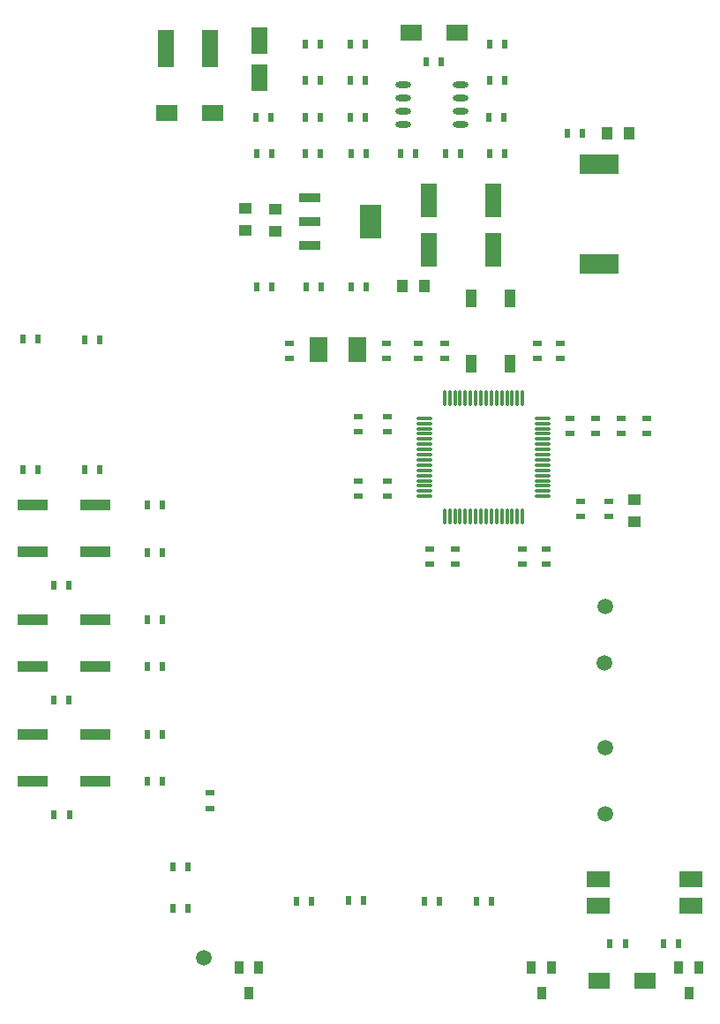
<source format=gbr>
%TF.GenerationSoftware,Altium Limited,Altium Designer,24.9.1 (31)*%
G04 Layer_Color=8421504*
%FSLAX45Y45*%
%MOMM*%
%TF.SameCoordinates,7A748296-1A33-4DDC-9E1E-CBF8E45EE968*%
%TF.FilePolarity,Positive*%
%TF.FileFunction,Paste,Top*%
%TF.Part,Single*%
G01*
G75*
%TA.AperFunction,SMDPad,CuDef*%
%ADD10R,0.55000X0.90000*%
%ADD11R,1.10000X1.20000*%
%ADD12R,1.60000X2.60000*%
%ADD13R,2.10000X1.55000*%
%ADD14R,0.85000X1.20000*%
%ADD15C,1.50000*%
%ADD16O,1.50000X0.60000*%
%ADD17R,1.60000X3.20000*%
%ADD18R,2.15000X0.90000*%
%ADD19R,3.00000X1.00000*%
%ADD20R,1.00000X1.70000*%
%ADD21R,0.90000X0.55000*%
G04:AMPARAMS|DCode=22|XSize=1.49mm|YSize=0.28mm|CornerRadius=0.07mm|HoleSize=0mm|Usage=FLASHONLY|Rotation=90.000|XOffset=0mm|YOffset=0mm|HoleType=Round|Shape=RoundedRectangle|*
%AMROUNDEDRECTD22*
21,1,1.49000,0.14000,0,0,90.0*
21,1,1.35000,0.28000,0,0,90.0*
1,1,0.14000,0.07000,0.67500*
1,1,0.14000,0.07000,-0.67500*
1,1,0.14000,-0.07000,-0.67500*
1,1,0.14000,-0.07000,0.67500*
%
%ADD22ROUNDEDRECTD22*%
G04:AMPARAMS|DCode=23|XSize=1.49mm|YSize=0.28mm|CornerRadius=0.07mm|HoleSize=0mm|Usage=FLASHONLY|Rotation=0.000|XOffset=0mm|YOffset=0mm|HoleType=Round|Shape=RoundedRectangle|*
%AMROUNDEDRECTD23*
21,1,1.49000,0.14000,0,0,0.0*
21,1,1.35000,0.28000,0,0,0.0*
1,1,0.14000,0.67500,-0.07000*
1,1,0.14000,-0.67500,-0.07000*
1,1,0.14000,-0.67500,0.07000*
1,1,0.14000,0.67500,0.07000*
%
%ADD23ROUNDEDRECTD23*%
%ADD24R,1.20000X1.10000*%
%ADD25R,3.80000X1.90000*%
%ADD26R,1.70000X2.40000*%
%ADD27R,2.15000X3.25000*%
%ADD28R,2.20000X1.60000*%
%ADD29R,1.52400X3.55600*%
D10*
X4029600Y9357360D02*
D03*
X4174600D02*
D03*
X5390180Y8663940D02*
D03*
X5535180D02*
D03*
X2401460Y8821420D02*
D03*
X3306240Y9172213D02*
D03*
X3018900Y8822267D02*
D03*
X3306240Y8820846D02*
D03*
X2874440Y8469480D02*
D03*
X3785760D02*
D03*
X3458320Y8470900D02*
D03*
X4781660Y8821420D02*
D03*
X4789280Y9525000D02*
D03*
X2790080Y1305080D02*
D03*
X3018900Y9525000D02*
D03*
Y9173260D02*
D03*
X2549000Y8470900D02*
D03*
X3313320Y7197240D02*
D03*
X3021860D02*
D03*
X2404540Y7195820D02*
D03*
X307340Y6697980D02*
D03*
X161180Y5443220D02*
D03*
X462280Y4330700D02*
D03*
Y3230880D02*
D03*
X462820Y2129640D02*
D03*
X4017170Y1305080D02*
D03*
X1743820Y1234440D02*
D03*
Y1630680D02*
D03*
X1598820D02*
D03*
Y1234440D02*
D03*
X6453824Y897740D02*
D03*
X6308824D02*
D03*
X5797440Y899160D02*
D03*
X5942440D02*
D03*
X4517170Y1305080D02*
D03*
X4662170D02*
D03*
X4162170D02*
D03*
X607820Y2129640D02*
D03*
X607280Y3230880D02*
D03*
Y4330700D02*
D03*
X1501900Y3550776D02*
D03*
X1356900D02*
D03*
X755540Y5443220D02*
D03*
X900540D02*
D03*
X306180D02*
D03*
X900810Y6685280D02*
D03*
X755810D02*
D03*
X162340Y6697980D02*
D03*
X2549540Y7195820D02*
D03*
X2876860Y7197240D02*
D03*
X3458320D02*
D03*
X2404000Y8470900D02*
D03*
X2873900Y9173260D02*
D03*
Y9525000D02*
D03*
X2935080Y1305080D02*
D03*
X3290190Y1306500D02*
D03*
X3435190D02*
D03*
X1356360Y2903363D02*
D03*
X1501360D02*
D03*
X1501900Y4649609D02*
D03*
X1356900D02*
D03*
X4644280Y9525000D02*
D03*
X4789820Y9172213D02*
D03*
X4644820D02*
D03*
X4644280Y8470900D02*
D03*
X4789280D02*
D03*
X4636660Y8821420D02*
D03*
X3313320Y8470900D02*
D03*
X4360290Y8469480D02*
D03*
X4215290D02*
D03*
X3930760D02*
D03*
X3019440D02*
D03*
X3451240Y8820846D02*
D03*
X2873900Y8822267D02*
D03*
X1356900Y2452653D02*
D03*
X1501900D02*
D03*
X1501360Y5101028D02*
D03*
X1356360D02*
D03*
X1501360Y4002196D02*
D03*
X1356360D02*
D03*
X3451240Y9172213D02*
D03*
X2546460Y8821420D02*
D03*
X3450700Y9525000D02*
D03*
X3305700D02*
D03*
D11*
X5981700Y8663940D02*
D03*
X5771700D02*
D03*
X3806600Y7203440D02*
D03*
X4016600D02*
D03*
D12*
X2428240Y9197680D02*
D03*
Y9557680D02*
D03*
D13*
X3889720Y9636760D02*
D03*
X1541170Y8864600D02*
D03*
X5690950Y543560D02*
D03*
X6130950D02*
D03*
X1981170Y8864600D02*
D03*
X4329720Y9636760D02*
D03*
D14*
X5043905Y668020D02*
D03*
X2237740D02*
D03*
X6457310D02*
D03*
X6646291Y668561D02*
D03*
X6551290Y418559D02*
D03*
X2426721Y668561D02*
D03*
X2331720Y418559D02*
D03*
X5137885D02*
D03*
X5232886Y668561D02*
D03*
D15*
X1902460Y762000D02*
D03*
X5748020Y2138680D02*
D03*
Y4127500D02*
D03*
X5745480Y3586480D02*
D03*
X5748020Y2776220D02*
D03*
D16*
X4364400Y9004300D02*
D03*
Y8750300D02*
D03*
Y8877300D02*
D03*
Y9131300D02*
D03*
X3814400Y8750300D02*
D03*
Y8877300D02*
D03*
Y9004300D02*
D03*
Y9131300D02*
D03*
D17*
X4061460Y7547640D02*
D03*
X4678680D02*
D03*
Y8027640D02*
D03*
X4061460D02*
D03*
D18*
X2912480Y8047120D02*
D03*
Y7589120D02*
D03*
Y7818120D02*
D03*
D19*
X257621Y4650319D02*
D03*
X857621D02*
D03*
X257621Y3551486D02*
D03*
X857621D02*
D03*
X257621Y2452653D02*
D03*
X857621D02*
D03*
Y2902653D02*
D03*
X257621D02*
D03*
X857621Y4001486D02*
D03*
X257621D02*
D03*
X857621Y5100319D02*
D03*
X257621D02*
D03*
D20*
X4460000Y6455000D02*
D03*
Y7085000D02*
D03*
X4840000Y6455000D02*
D03*
Y7085000D02*
D03*
D21*
X5516880Y4995221D02*
D03*
X2722880Y6507800D02*
D03*
X3655060Y6652260D02*
D03*
X3954780D02*
D03*
X4207030D02*
D03*
X3380740Y5802520D02*
D03*
Y5190180D02*
D03*
X3660140D02*
D03*
X3662680Y5806440D02*
D03*
X5408548Y5788653D02*
D03*
X5655105D02*
D03*
X5901663D02*
D03*
X4066540Y4533680D02*
D03*
X4307740D02*
D03*
X4957740Y4532520D02*
D03*
X5181600D02*
D03*
X1958340Y2339560D02*
D03*
Y2194560D02*
D03*
X5181600Y4677520D02*
D03*
X4957740D02*
D03*
X4307740Y4678680D02*
D03*
X4066540D02*
D03*
X6146800Y5788113D02*
D03*
Y5933113D02*
D03*
X5901663Y5933653D02*
D03*
X5655105D02*
D03*
X5408548D02*
D03*
X3662680Y5951440D02*
D03*
X3660140Y5335180D02*
D03*
X3380740D02*
D03*
X5316220Y6652800D02*
D03*
Y6507800D02*
D03*
X3380740Y5947520D02*
D03*
X5095240Y6652800D02*
D03*
Y6507800D02*
D03*
X4207030Y6507260D02*
D03*
X3954780D02*
D03*
X3655060D02*
D03*
X2722880Y6652800D02*
D03*
X5781040Y4995221D02*
D03*
Y5140221D02*
D03*
X5516880Y5140221D02*
D03*
D22*
X4257740Y6127180D02*
D03*
X4907740Y4993180D02*
D03*
X4257740D02*
D03*
X4207740D02*
D03*
X4307740D02*
D03*
X4357740D02*
D03*
X4407740D02*
D03*
X4457740D02*
D03*
X4507740D02*
D03*
X4557740D02*
D03*
X4607740D02*
D03*
X4657740D02*
D03*
X4707740D02*
D03*
X4757740D02*
D03*
X4807740D02*
D03*
X4857740D02*
D03*
X4957740D02*
D03*
Y6127180D02*
D03*
X4907740D02*
D03*
X4857740D02*
D03*
X4807740D02*
D03*
X4757740D02*
D03*
X4707740D02*
D03*
X4657740D02*
D03*
X4607740D02*
D03*
X4557740D02*
D03*
X4507740D02*
D03*
X4457740D02*
D03*
X4407740D02*
D03*
X4357740D02*
D03*
X4307740D02*
D03*
X4207740D02*
D03*
D23*
X5149740Y5885180D02*
D03*
X4015740Y5385180D02*
D03*
Y5935180D02*
D03*
Y5885180D02*
D03*
Y5835180D02*
D03*
Y5785180D02*
D03*
Y5735180D02*
D03*
Y5685180D02*
D03*
Y5635180D02*
D03*
Y5585180D02*
D03*
Y5535180D02*
D03*
Y5485180D02*
D03*
Y5435180D02*
D03*
Y5335180D02*
D03*
Y5285180D02*
D03*
Y5235180D02*
D03*
Y5185180D02*
D03*
X5149740D02*
D03*
Y5235180D02*
D03*
Y5285180D02*
D03*
Y5335180D02*
D03*
Y5385180D02*
D03*
Y5435180D02*
D03*
Y5485180D02*
D03*
Y5535180D02*
D03*
Y5585180D02*
D03*
Y5635180D02*
D03*
Y5685180D02*
D03*
Y5735180D02*
D03*
Y5785180D02*
D03*
Y5835180D02*
D03*
Y5935180D02*
D03*
D24*
X6027160Y4945940D02*
D03*
Y5155940D02*
D03*
X2580640Y7935820D02*
D03*
Y7725820D02*
D03*
X2293620Y7735980D02*
D03*
Y7945980D02*
D03*
D25*
X5694680Y7411840D02*
D03*
Y8371840D02*
D03*
D26*
X3370160Y6593840D02*
D03*
X3000160D02*
D03*
D27*
X3498480Y7818120D02*
D03*
D28*
X5685790Y1516380D02*
D03*
Y1262380D02*
D03*
X6572250D02*
D03*
Y1516380D02*
D03*
D29*
X1955800Y9481820D02*
D03*
X1535660D02*
D03*
%TF.MD5,3be42e390824d564378f0e32585404cb*%
M02*

</source>
